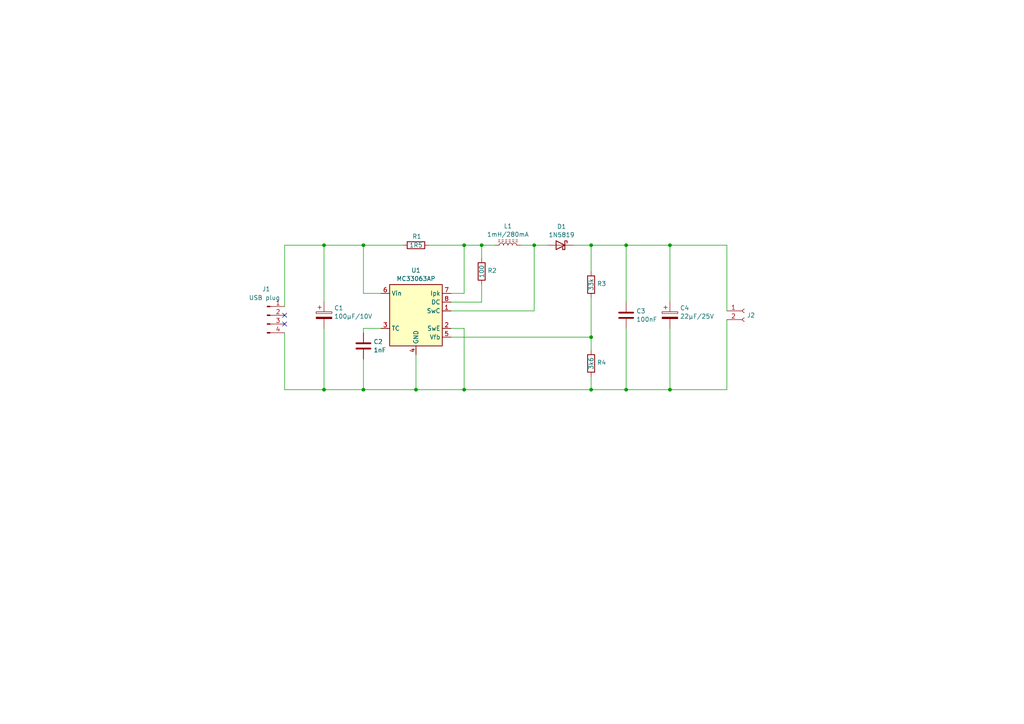
<source format=kicad_sch>
(kicad_sch (version 20231120) (generator "eeschema") (generator_version "8.0")
  (paper "A4")
  (title_block (title "Antena step-up") (date "2024-11-04") (rev "A"))
  (lib_symbols
    (symbol "Connector:Conn_01x02_Socket" (pin_names (offset 1.016) hide)
      (property "Reference" "J" (at 0 2.54 0))
      (property "Value" "Conn_01x02_Socket" (at 0 -5.08 0))
      (symbol "Conn_01x02_Socket_1_1"
        (arc (start 0 -2.032) (mid -0.5058 -2.54) (end 0 -3.048) (stroke (width 0.1524)))
        (polyline (pts (xy -1.27 -2.54) (xy -0.508 -2.54)) (stroke (width 0.1524)))
        (polyline (pts (xy -1.27 0) (xy -0.508 0)) (stroke (width 0.1524)))
        (arc (start 0 0.508) (mid -0.5058 0) (end 0 -0.508) (stroke (width 0.1524)))
        (pin passive line (at -5.08 0 0) (length 3.81) (name "Pin_1") (number "1"))
        (pin passive line (at -5.08 -2.54 0) (length 3.81) (name "Pin_2") (number "2"))
      )
    )
    (symbol "Connector:Conn_01x04_Pin" (pin_names (offset 1.016) hide)
      (property "Reference" "J" (at 0 5.08 0))
      (property "Value" "Conn_01x04_Pin" (at 0 -7.62 0))
      (symbol "Conn_01x04_Pin_1_1"
        (polyline (pts (xy 1.27 -5.08) (xy 0.8636 -5.08)) (stroke (width 0.1524)))
        (polyline (pts (xy 1.27 -2.54) (xy 0.8636 -2.54)) (stroke (width 0.1524)))
        (polyline (pts (xy 1.27 0) (xy 0.8636 0)) (stroke (width 0.1524)))
        (polyline (pts (xy 1.27 2.54) (xy 0.8636 2.54)) (stroke (width 0.1524)))
        (rectangle (start 0.8636 -4.953) (end 0 -5.207) (stroke (width 0.1524)) (fill (type outline)))
        (rectangle (start 0.8636 -2.413) (end 0 -2.667) (stroke (width 0.1524)) (fill (type outline)))
        (rectangle (start 0.8636 0.127) (end 0 -0.127) (stroke (width 0.1524)) (fill (type outline)))
        (rectangle (start 0.8636 2.667) (end 0 2.413) (stroke (width 0.1524)) (fill (type outline)))
        (pin passive line (at 5.08 2.54 180) (length 3.81) (name "Pin_1") (number "1"))
        (pin passive line (at 5.08 0 180) (length 3.81) (name "Pin_2") (number "2"))
        (pin passive line (at 5.08 -2.54 180) (length 3.81) (name "Pin_3") (number "3"))
        (pin passive line (at 5.08 -5.08 180) (length 3.81) (name "Pin_4") (number "4"))
      )
    )
    (symbol "Device:C" (pin_numbers hide) (pin_names (offset 0.254))
      (property "Reference" "C" (at 0.635 2.54 0))
      (property "Value" "C" (at 0.635 -2.54 0))
      (symbol "C_0_1"
        (polyline (pts (xy -2.032 -0.762) (xy 2.032 -0.762)) (stroke (width 0.508)))
        (polyline (pts (xy -2.032 0.762) (xy 2.032 0.762)) (stroke (width 0.508)))
      )
      (symbol "C_1_1"
        (pin passive line (at 0 3.81 270) (length 2.794) (name "~") (number "1"))
        (pin passive line (at 0 -3.81 90) (length 2.794) (name "~") (number "2"))
      )
    )
    (symbol "Device:C_Polarized" (pin_numbers hide) (pin_names (offset 0.254))
      (property "Reference" "C" (at 0.635 2.54 0))
      (property "Value" "C_Polarized" (at 0.635 -2.54 0))
      (symbol "C_Polarized_0_1"
        (rectangle (start -2.286 0.508) (end 2.286 1.016))
        (polyline (pts (xy -1.778 2.286) (xy -0.762 2.286)))
        (polyline (pts (xy -1.27 2.794) (xy -1.27 1.778)))
        (rectangle (start 2.286 -0.508) (end -2.286 -1.016) (fill (type outline)))
      )
      (symbol "C_Polarized_1_1"
        (pin passive line (at 0 3.81 270) (length 2.794) (name "~") (number "1"))
        (pin passive line (at 0 -3.81 90) (length 2.794) (name "~") (number "2"))
      )
    )
    (symbol "Device:L_Ferrite" (pin_numbers hide) (pin_names (offset 1.016) hide)
      (property "Reference" "L" (at -1.27 0 90))
      (property "Value" "L_Ferrite" (at 2.794 0 90))
      (symbol "L_Ferrite_0_1"
        (arc (start 0 -2.54) (mid 0.6323 -1.905) (end 0 -1.27))
        (arc (start 0 -1.27) (mid 0.6323 -0.635) (end 0 0))
        (polyline (pts (xy 1.016 -2.794) (xy 1.016 -2.286)))
        (polyline (pts (xy 1.016 -1.778) (xy 1.016 -1.27)))
        (polyline (pts (xy 1.016 -0.762) (xy 1.016 -0.254)))
        (polyline (pts (xy 1.016 0.254) (xy 1.016 0.762)))
        (polyline (pts (xy 1.016 1.27) (xy 1.016 1.778)))
        (polyline (pts (xy 1.016 2.286) (xy 1.016 2.794)))
        (polyline (pts (xy 1.524 -2.286) (xy 1.524 -2.794)))
        (polyline (pts (xy 1.524 -1.27) (xy 1.524 -1.778)))
        (polyline (pts (xy 1.524 -0.254) (xy 1.524 -0.762)))
        (polyline (pts (xy 1.524 0.762) (xy 1.524 0.254)))
        (polyline (pts (xy 1.524 1.778) (xy 1.524 1.27)))
        (polyline (pts (xy 1.524 2.794) (xy 1.524 2.286)))
        (arc (start 0 0) (mid 0.6323 0.635) (end 0 1.27))
        (arc (start 0 1.27) (mid 0.6323 1.905) (end 0 2.54))
      )
      (symbol "L_Ferrite_1_1"
        (pin passive line (at 0 3.81 270) (length 1.27) (name "1") (number "1"))
        (pin passive line (at 0 -3.81 90) (length 1.27) (name "2") (number "2"))
      )
    )
    (symbol "Device:R" (pin_numbers hide) (pin_names (offset 0))
      (property "Reference" "R" (at 2.032 0 90))
      (property "Value" "R" (at 0 0 90))
      (symbol "R_0_1"
        (rectangle (start -1.016 -2.54) (end 1.016 2.54) (stroke (width 0.254)))
      )
      (symbol "R_1_1"
        (pin passive line (at 0 3.81 270) (length 1.27) (name "~") (number "1"))
        (pin passive line (at 0 -3.81 90) (length 1.27) (name "~") (number "2"))
      )
    )
    (symbol "Diode:1N5819" (pin_numbers hide) (pin_names (offset 1.016) hide)
      (property "Reference" "D" (at 0 2.54 0))
      (property "Value" "1N5819" (at 0 -2.54 0))
      (symbol "1N5819_0_1"
        (polyline (pts (xy 1.27 0) (xy -1.27 0)))
        (polyline (pts (xy 1.27 1.27) (xy 1.27 -1.27) (xy -1.27 0) (xy 1.27 1.27)) (stroke (width 0.254)))
        (polyline (pts (xy -1.905 0.635) (xy -1.905 1.27) (xy -1.27 1.27) (xy -1.27 -1.27) (xy -0.635 -1.27) (xy -0.635 -0.635)) (stroke (width 0.254)))
      )
      (symbol "1N5819_1_1"
        (pin passive line (at -3.81 0 0) (length 2.54) (name "K") (number "1"))
        (pin passive line (at 3.81 0 180) (length 2.54) (name "A") (number "2"))
      )
    )
    (symbol "Regulator_Switching:MC33063AP"
      (property "Reference" "U" (at -7.62 8.89 0))
      (property "Value" "MC33063AP" (at 0 8.89 0))
      (symbol "MC33063AP_0_1"
        (rectangle (start -7.62 7.62) (end 7.62 -10.16) (stroke (width 0.254)) (fill (type background)))
      )
      (symbol "MC33063AP_1_1"
        (pin open_collector line (at 10.16 0 180) (length 2.54) (name "SwC") (number "1"))
        (pin open_emitter line (at 10.16 -5.08 180) (length 2.54) (name "SwE") (number "2"))
        (pin passive line (at -10.16 -5.08 0) (length 2.54) (name "TC") (number "3"))
        (pin power_in line (at 0 -12.7 90) (length 2.54) (name "GND") (number "4"))
        (pin input line (at 10.16 -7.62 180) (length 2.54) (name "Vfb") (number "5"))
        (pin power_in line (at -10.16 5.08 0) (length 2.54) (name "Vin") (number "6"))
        (pin input line (at 10.16 5.08 180) (length 2.54) (name "Ipk") (number "7"))
        (pin open_collector line (at 10.16 2.54 180) (length 2.54) (name "DC") (number "8"))
      )
    )
  )
  (junction (at 134.62 113.03))
  (junction (at 134.62 71.12))
  (junction (at 93.98 113.03))
  (junction (at 181.61 71.12))
  (junction (at 194.31 113.03))
  (junction (at 105.41 71.12))
  (junction (at 93.98 71.12))
  (junction (at 194.31 71.12))
  (junction (at 105.41 113.03))
  (junction (at 181.61 113.03))
  (junction (at 120.65 113.03))
  (junction (at 171.45 71.12))
  (junction (at 139.7 71.12))
  (junction (at 171.45 97.79))
  (junction (at 171.45 113.03))
  (junction (at 154.94 71.12))
  (no_connect (at 82.55 93.98))
  (no_connect (at 82.55 91.44))
  (wire (pts (xy 82.55 71.12) (xy 93.98 71.12)))
  (wire (pts (xy 194.31 71.12) (xy 194.31 87.63)))
  (wire (pts (xy 210.82 71.12) (xy 210.82 90.17)))
  (wire (pts (xy 82.55 71.12) (xy 82.55 88.9)))
  (wire (pts (xy 139.7 82.55) (xy 139.7 87.63)))
  (wire (pts (xy 105.41 85.09) (xy 110.49 85.09)))
  (wire (pts (xy 82.55 113.03) (xy 93.98 113.03)))
  (wire (pts (xy 93.98 113.03) (xy 105.41 113.03)))
  (wire (pts (xy 93.98 71.12) (xy 105.41 71.12)))
  (wire (pts (xy 134.62 71.12) (xy 134.62 85.09)))
  (wire (pts (xy 194.31 95.25) (xy 194.31 113.03)))
  (wire (pts (xy 210.82 113.03) (xy 210.82 92.71)))
  (wire (pts (xy 171.45 97.79) (xy 171.45 101.6)))
  (wire (pts (xy 116.84 71.12) (xy 105.41 71.12)))
  (wire (pts (xy 130.81 90.17) (xy 154.94 90.17)))
  (wire (pts (xy 171.45 86.36) (xy 171.45 97.79)))
  (wire (pts (xy 166.37 71.12) (xy 171.45 71.12)))
  (wire (pts (xy 171.45 109.22) (xy 171.45 113.03)))
  (wire (pts (xy 105.41 113.03) (xy 120.65 113.03)))
  (wire (pts (xy 181.61 95.25) (xy 181.61 113.03)))
  (wire (pts (xy 171.45 113.03) (xy 181.61 113.03)))
  (wire (pts (xy 134.62 113.03) (xy 171.45 113.03)))
  (wire (pts (xy 139.7 71.12) (xy 134.62 71.12)))
  (wire (pts (xy 154.94 71.12) (xy 158.75 71.12)))
  (wire (pts (xy 181.61 71.12) (xy 194.31 71.12)))
  (wire (pts (xy 171.45 71.12) (xy 171.45 78.74)))
  (wire (pts (xy 139.7 74.93) (xy 139.7 71.12)))
  (wire (pts (xy 124.46 71.12) (xy 134.62 71.12)))
  (wire (pts (xy 105.41 96.52) (xy 105.41 95.25)))
  (wire (pts (xy 134.62 85.09) (xy 130.81 85.09)))
  (wire (pts (xy 181.61 71.12) (xy 181.61 87.63)))
  (wire (pts (xy 93.98 95.25) (xy 93.98 113.03)))
  (wire (pts (xy 130.81 97.79) (xy 171.45 97.79)))
  (wire (pts (xy 82.55 96.52) (xy 82.55 113.03)))
  (wire (pts (xy 181.61 113.03) (xy 194.31 113.03)))
  (wire (pts (xy 105.41 95.25) (xy 110.49 95.25)))
  (wire (pts (xy 139.7 87.63) (xy 130.81 87.63)))
  (wire (pts (xy 194.31 113.03) (xy 210.82 113.03)))
  (wire (pts (xy 154.94 90.17) (xy 154.94 71.12)))
  (wire (pts (xy 105.41 104.14) (xy 105.41 113.03)))
  (wire (pts (xy 171.45 71.12) (xy 181.61 71.12)))
  (wire (pts (xy 105.41 71.12) (xy 105.41 85.09)))
  (wire (pts (xy 120.65 102.87) (xy 120.65 113.03)))
  (wire (pts (xy 93.98 71.12) (xy 93.98 87.63)))
  (wire (pts (xy 120.65 113.03) (xy 134.62 113.03)))
  (wire (pts (xy 194.31 71.12) (xy 210.82 71.12)))
  (wire (pts (xy 151.13 71.12) (xy 154.94 71.12)))
  (wire (pts (xy 139.7 71.12) (xy 143.51 71.12)))
  (wire (pts (xy 130.81 95.25) (xy 134.62 95.25)))
  (wire (pts (xy 134.62 95.25) (xy 134.62 113.03)))
  (symbol (lib_id "Device:R") (at 139.7 78.74 180) (unit 1)
    (property "Reference" "R2" (at 142.748 78.486 0))
    (property "Value" "100" (at 139.7 78.74 90))
    (property "Footprint" "Resistor_THT:R_Axial_DIN0309_L9.0mm_D3.2mm_P2.54mm_Vertical" (effects (hide yes)))
    (property "Description" "Resistor" (effects (hide yes)))
  )
  (symbol (lib_id "Device:R") (at 171.45 82.55 180) (unit 1)
    (property "Reference" "R3" (at 174.498 82.296 0))
    (property "Value" "33k" (at 171.45 82.55 90))
    (property "Footprint" "Resistor_THT:R_Axial_DIN0309_L9.0mm_D3.2mm_P2.54mm_Vertical" (effects (hide yes)))
    (property "Description" "Resistor" (effects (hide yes)))
  )
  (symbol (lib_id "Connector:Conn_01x04_Pin") (at 77.47 91.44 0) (unit 1)
    (property "Reference" "J1" (at 77.216 83.82 0))
    (property "Value" "USB plug" (at 76.708 86.36 0))
    (property "Footprint" "Connector_PinHeader_2.54mm:PinHeader_1x04_P2.54mm_Vertical" (effects (hide yes)))
    (property "Description" "Generic connector, single row, 01x04, script generated" (effects (hide yes)))
  )
  (symbol (lib_id "Device:R") (at 120.65 71.12 90) (unit 1)
    (property "Reference" "R1" (at 120.904 68.58 90))
    (property "Value" "1R5" (at 120.65 71.12 90))
    (property "Footprint" "Resistor_THT:R_Axial_DIN0309_L9.0mm_D3.2mm_P2.54mm_Vertical" (effects (hide yes)))
    (property "Description" "Resistor" (effects (hide yes)))
  )
  (symbol (lib_id "Device:C") (at 181.61 91.44 0) (unit 1)
    (property "Reference" "C3" (at 184.531 90.2278 0) (effects (justify left)))
    (property "Value" "100nF" (at 184.531 92.6521 0) (effects (justify left)))
    (property "Footprint" "Capacitor_THT:C_Rect_L7.0mm_W3.5mm_P5.00mm" (effects (hide yes)))
    (property "Description" "Unpolarized capacitor" (effects (hide yes)))
  )
  (symbol (lib_id "Regulator_Switching:MC33063AP") (at 120.65 90.17 0) (unit 1)
    (property "Reference" "U1" (at 120.65 78.4055 0))
    (property "Value" "MC33063AP" (at 120.65 80.8298 0))
    (property "Footprint" "Package_DIP:DIP-8_W7.62mm" (effects (hide yes)))
    (property "Datasheet" "http://www.onsemi.com/pub_link/Collateral/MC34063A-D.PDF" (effects (hide yes)))
    (property "Description" "1.5A, step-up/down/inverting switching regulator, 3-40V Vin, 100kHz, DIP-8" (effects (hide yes)))
  )
  (symbol (lib_id "Device:C_Polarized") (at 93.98 91.44 0) (unit 1)
    (property "Reference" "C1" (at 96.901 89.3388 0) (effects (justify left)))
    (property "Value" "100μF/10V" (at 96.901 91.7631 0) (effects (justify left)))
    (property "Footprint" "Capacitor_THT:CP_Radial_D5.0mm_P2.50mm" (effects (hide yes)))
    (property "Description" "Polarized capacitor" (effects (hide yes)))
  )
  (symbol (lib_id "Device:R") (at 171.45 105.41 180) (unit 1)
    (property "Reference" "R4" (at 174.498 105.156 0))
    (property "Value" "3k6" (at 171.45 105.41 90))
    (property "Footprint" "Resistor_THT:R_Axial_DIN0309_L9.0mm_D3.2mm_P2.54mm_Vertical" (effects (hide yes)))
    (property "Description" "Resistor" (effects (hide yes)))
  )
  (symbol (lib_id "Diode:1N5819") (at 162.56 71.12 0) (mirror y) (unit 1)
    (property "Reference" "D1" (at 162.8775 65.7055 0))
    (property "Value" "1N5819" (at 162.8775 68.1298 0))
    (property "Footprint" "Diode_THT:D_DO-41_SOD81_P10.16mm_Horizontal" (effects (hide yes)))
    (property "Datasheet" "http://www.vishay.com/docs/88525/1n5817.pdf" (effects (hide yes)))
    (property "Description" "40V 1A Schottky Barrier Rectifier Diode, DO-41" (effects (hide yes)))
  )
  (symbol (lib_id "Device:C") (at 105.41 100.33 0) (unit 1)
    (property "Reference" "C2" (at 108.331 99.1178 0) (effects (justify left)))
    (property "Value" "1nF" (at 108.331 101.5421 0) (effects (justify left)))
    (property "Footprint" "Capacitor_THT:C_Rect_L7.0mm_W3.5mm_P5.00mm" (effects (hide yes)))
    (property "Description" "Unpolarized capacitor" (effects (hide yes)))
  )
  (symbol (lib_id "Device:C_Polarized") (at 194.31 91.44 0) (unit 1)
    (property "Reference" "C4" (at 197.231 89.3388 0) (effects (justify left)))
    (property "Value" "22μF/25V" (at 197.231 91.7631 0) (effects (justify left)))
    (property "Footprint" "Capacitor_THT:CP_Radial_D8.0mm_P3.80mm" (effects (hide yes)))
    (property "Description" "Polarized capacitor" (effects (hide yes)))
  )
  (symbol (lib_id "Connector:Conn_01x02_Socket") (at 215.9 90.17 0) (unit 1)
    (property "Reference" "J2" (at 216.6112 91.44 0) (effects (justify left)))
    (property "Value" "Conn_01x02_Socket" (effects (hide yes)))
    (property "Footprint" "Connector_PinHeader_2.54mm:PinHeader_1x02_P2.54mm_Vertical" (effects (hide yes)))
    (property "Description" "Generic connector, single row, 01x02, script generated" (effects (hide yes)))
  )
  (symbol (lib_id "Device:L_Ferrite") (at 147.32 71.12 90) (unit 1)
    (property "Reference" "L1" (at 147.32 65.5785 90))
    (property "Value" "1mH/280mA" (at 147.32 68.0028 90))
    (property "Footprint" "Inductor_THT:L_Radial_D8.7mm_P5.00mm_Fastron_07HCP" (effects (hide yes)))
    (property "Description" "Inductor with ferrite core" (effects (hide yes)))
  )
)
</source>
